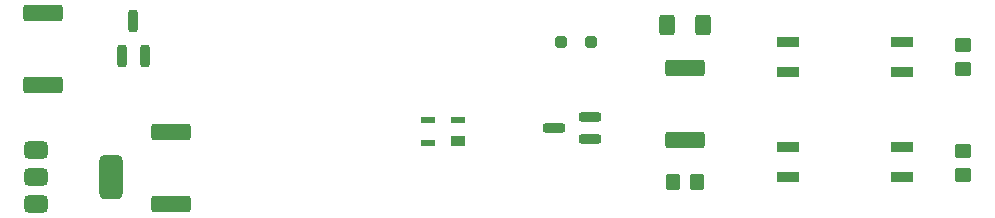
<source format=gtp>
G04 #@! TF.GenerationSoftware,KiCad,Pcbnew,9.0.3-9.0.3-0~ubuntu22.04.1*
G04 #@! TF.CreationDate,2025-07-16T13:00:12+01:00*
G04 #@! TF.ProjectId,dali-pcb,64616c69-2d70-4636-922e-6b696361645f,rev?*
G04 #@! TF.SameCoordinates,Original*
G04 #@! TF.FileFunction,Paste,Top*
G04 #@! TF.FilePolarity,Positive*
%FSLAX46Y46*%
G04 Gerber Fmt 4.6, Leading zero omitted, Abs format (unit mm)*
G04 Created by KiCad (PCBNEW 9.0.3-9.0.3-0~ubuntu22.04.1) date 2025-07-16 13:00:12*
%MOMM*%
%LPD*%
G01*
G04 APERTURE LIST*
G04 Aperture macros list*
%AMRoundRect*
0 Rectangle with rounded corners*
0 $1 Rounding radius*
0 $2 $3 $4 $5 $6 $7 $8 $9 X,Y pos of 4 corners*
0 Add a 4 corners polygon primitive as box body*
4,1,4,$2,$3,$4,$5,$6,$7,$8,$9,$2,$3,0*
0 Add four circle primitives for the rounded corners*
1,1,$1+$1,$2,$3*
1,1,$1+$1,$4,$5*
1,1,$1+$1,$6,$7*
1,1,$1+$1,$8,$9*
0 Add four rect primitives between the rounded corners*
20,1,$1+$1,$2,$3,$4,$5,0*
20,1,$1+$1,$4,$5,$6,$7,0*
20,1,$1+$1,$6,$7,$8,$9,0*
20,1,$1+$1,$8,$9,$2,$3,0*%
G04 Aperture macros list end*
%ADD10R,1.955800X0.939800*%
%ADD11RoundRect,0.200000X0.200000X-0.750000X0.200000X0.750000X-0.200000X0.750000X-0.200000X-0.750000X0*%
%ADD12RoundRect,0.249999X1.425001X-0.450001X1.425001X0.450001X-1.425001X0.450001X-1.425001X-0.450001X0*%
%ADD13RoundRect,0.200000X0.750000X0.200000X-0.750000X0.200000X-0.750000X-0.200000X0.750000X-0.200000X0*%
%ADD14RoundRect,0.250000X-0.250000X-0.250000X0.250000X-0.250000X0.250000X0.250000X-0.250000X0.250000X0*%
%ADD15RoundRect,0.250000X-0.400000X-0.625000X0.400000X-0.625000X0.400000X0.625000X-0.400000X0.625000X0*%
%ADD16RoundRect,0.250000X-0.450000X0.350000X-0.450000X-0.350000X0.450000X-0.350000X0.450000X0.350000X0*%
%ADD17R,1.168400X0.889000*%
%ADD18R,1.168400X0.508000*%
%ADD19RoundRect,0.250000X-0.350000X-0.450000X0.350000X-0.450000X0.350000X0.450000X-0.350000X0.450000X0*%
%ADD20RoundRect,0.375000X-0.625000X-0.375000X0.625000X-0.375000X0.625000X0.375000X-0.625000X0.375000X0*%
%ADD21RoundRect,0.500000X-0.500000X-1.400000X0.500000X-1.400000X0.500000X1.400000X-0.500000X1.400000X0*%
G04 APERTURE END LIST*
D10*
X94939414Y-43180000D03*
X94939414Y-40640000D03*
X85287414Y-40640000D03*
X85287414Y-43180000D03*
X85287414Y-31750000D03*
X85287414Y-34290000D03*
X94939414Y-34290000D03*
X94939414Y-31750000D03*
D11*
X28895000Y-32990000D03*
X30795000Y-32990000D03*
X29845000Y-29990000D03*
D12*
X22225000Y-35435000D03*
X22225000Y-29335000D03*
D13*
X68477500Y-40000000D03*
X68477500Y-38100000D03*
X65477500Y-39050000D03*
D14*
X66060000Y-31750000D03*
X68560000Y-31750000D03*
D15*
X75000881Y-30313437D03*
X78100881Y-30313437D03*
D16*
X100076000Y-40999107D03*
X100076000Y-42999107D03*
D12*
X76550881Y-40094437D03*
X76550881Y-33994437D03*
D17*
X57305906Y-40109099D03*
D18*
X57305906Y-38399599D03*
X54806707Y-38399598D03*
X54806707Y-40299600D03*
D19*
X75550881Y-43648437D03*
X77550881Y-43648437D03*
D16*
X100076000Y-32020000D03*
X100076000Y-34020000D03*
D20*
X21615000Y-40880000D03*
X21615000Y-43180000D03*
D21*
X27915000Y-43180000D03*
D20*
X21615000Y-45480000D03*
D12*
X33020000Y-45470000D03*
X33020000Y-39370000D03*
M02*

</source>
